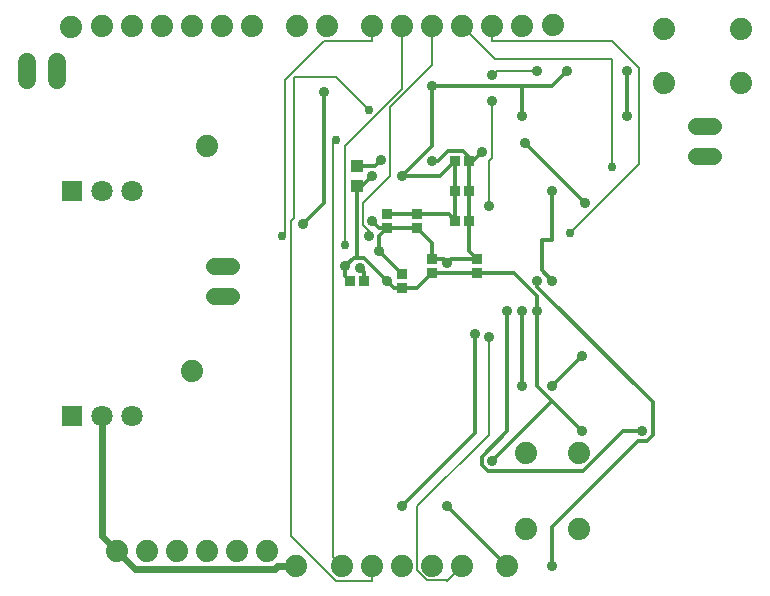
<source format=gbr>
G04 EAGLE Gerber RS-274X export*
G75*
%MOMM*%
%FSLAX34Y34*%
%LPD*%
%INBottom Copper*%
%IPPOS*%
%AMOC8*
5,1,8,0,0,1.08239X$1,22.5*%
G01*
%ADD10R,0.900000X0.850000*%
%ADD11R,0.850000X0.900000*%
%ADD12R,1.000000X1.100000*%
%ADD13C,1.422400*%
%ADD14C,1.524000*%
%ADD15C,1.879600*%
%ADD16R,1.800000X1.800000*%
%ADD17C,1.800000*%
%ADD18C,0.914400*%
%ADD19C,0.304800*%
%ADD20C,0.152400*%
%ADD21C,0.609600*%
%ADD22C,0.756400*%


D10*
X482600Y374100D03*
X482600Y362500D03*
X508000Y386800D03*
X508000Y375200D03*
X469900Y413300D03*
X469900Y424900D03*
X495300Y413300D03*
X495300Y424900D03*
X546100Y386800D03*
X546100Y375200D03*
D11*
X527600Y469900D03*
X539200Y469900D03*
X539200Y444500D03*
X527600Y444500D03*
X527600Y419100D03*
X539200Y419100D03*
D12*
X444500Y465700D03*
X444500Y448700D03*
D11*
X450300Y368300D03*
X438700Y368300D03*
D13*
X337312Y355600D02*
X323088Y355600D01*
X323088Y381000D02*
X337312Y381000D01*
X731549Y474258D02*
X745773Y474258D01*
X745773Y499658D02*
X731549Y499658D01*
D14*
X165100Y538480D02*
X165100Y553720D01*
X190500Y553720D02*
X190500Y538480D01*
D15*
X431800Y127000D03*
X457200Y127000D03*
X482600Y127000D03*
X508000Y127000D03*
X533400Y127000D03*
X393700Y584200D03*
X419100Y584200D03*
X355600Y584200D03*
X330200Y584200D03*
X304800Y584200D03*
X279400Y584200D03*
X254000Y584200D03*
X228600Y584200D03*
X241300Y139700D03*
X266700Y139700D03*
X292100Y139700D03*
X317500Y139700D03*
X342900Y139700D03*
X368300Y139700D03*
X457200Y584200D03*
X482600Y584200D03*
X508000Y584200D03*
X533400Y584200D03*
X558800Y584200D03*
X584200Y584200D03*
X632206Y223012D03*
X632206Y157988D03*
X586994Y223012D03*
X586994Y157988D03*
X769112Y536194D03*
X704088Y536194D03*
X769112Y581406D03*
X704088Y581406D03*
D16*
X203200Y254000D03*
D17*
X228600Y254000D03*
X254000Y254000D03*
D16*
X203200Y444500D03*
D17*
X228600Y444500D03*
X254000Y444500D03*
D15*
X317500Y482600D03*
X201797Y583669D03*
X609860Y584629D03*
X392461Y126909D03*
X571500Y127000D03*
X304800Y292100D03*
D18*
X596900Y368300D03*
D19*
X694436Y237723D02*
X689377Y232664D01*
X682223Y232664D01*
X596900Y363503D02*
X596900Y368300D01*
X682223Y232664D02*
X609600Y160041D01*
X609600Y127000D01*
X694436Y265967D02*
X596900Y363503D01*
X694436Y265967D02*
X694436Y237723D01*
D18*
X609600Y127000D03*
D19*
X637540Y434340D02*
X586740Y485140D01*
D18*
X637540Y434340D03*
X586740Y485140D03*
D19*
X508000Y400600D02*
X508000Y386800D01*
X508000Y400600D02*
X495300Y413300D01*
X469900Y413300D01*
X463000Y406400D02*
X463000Y393700D01*
X463000Y406400D02*
X469900Y413300D01*
D18*
X463000Y393700D03*
D19*
X539200Y444500D02*
X539200Y469900D01*
X539200Y419100D02*
X539200Y393700D01*
X546100Y386800D01*
X523664Y386800D01*
X520700Y383836D01*
D18*
X520700Y383836D03*
D19*
X517736Y386800D02*
X508000Y386800D01*
X517736Y386800D02*
X520700Y383836D01*
X482600Y374100D02*
X463000Y393700D01*
X539200Y419100D02*
X539200Y444500D01*
D18*
X549709Y477266D03*
D19*
X542344Y469900D01*
X542097Y469900D02*
X539200Y469900D01*
D18*
X457200Y419100D03*
D19*
X463000Y413300D01*
X469900Y413300D01*
D18*
X464566Y471068D03*
D19*
X453487Y465700D02*
X444500Y465700D01*
X453487Y465700D02*
X453623Y465836D01*
X459334Y465836D01*
X464566Y471068D01*
D18*
X508000Y469900D03*
D19*
X521667Y478464D02*
X533533Y478464D01*
X513103Y469900D02*
X508000Y469900D01*
X542097Y469900D02*
X542344Y469900D01*
X521667Y478464D02*
X513103Y469900D01*
X533533Y478464D02*
X542097Y469900D01*
X450300Y375508D02*
X450300Y368300D01*
X450300Y375508D02*
X446544Y379264D01*
D18*
X446544Y379264D03*
X555593Y320707D03*
D20*
X555593Y238093D01*
X495300Y177800D01*
X519684Y115316D02*
X520700Y114300D01*
X519684Y115316D02*
X503160Y115316D01*
X495300Y123176D01*
X495300Y177800D01*
X533400Y127000D02*
X520700Y114300D01*
D19*
X495300Y362500D02*
X508000Y375200D01*
X495300Y362500D02*
X482600Y362500D01*
X508000Y375200D02*
X546100Y375200D01*
X527600Y444500D02*
X527600Y469900D01*
X527600Y444500D02*
X527600Y419100D01*
X521800Y424900D01*
X495300Y424900D01*
X469900Y424900D01*
X444500Y387900D02*
X441312Y387900D01*
X434412Y381000D01*
D18*
X434412Y381000D03*
X596900Y342900D03*
D19*
X596900Y279400D01*
X609600Y266700D01*
D18*
X635000Y241300D03*
D19*
X609600Y266700D01*
D18*
X558800Y215900D03*
D19*
X609600Y266700D01*
D18*
X469900Y368300D03*
X482600Y457200D03*
D19*
X508000Y482600D01*
X508000Y533400D01*
D18*
X508000Y533400D03*
X622300Y546100D03*
D19*
X609600Y533400D01*
X584200Y533400D01*
X508000Y533400D01*
X527600Y469900D02*
X514900Y457200D01*
X482600Y457200D01*
X596900Y355600D02*
X596900Y342900D01*
X596900Y355600D02*
X577300Y375200D01*
X546100Y375200D01*
X448700Y448700D02*
X444500Y448700D01*
X448700Y448700D02*
X457200Y457200D01*
D18*
X457200Y457200D03*
D19*
X450300Y387900D02*
X469900Y368300D01*
X450300Y387900D02*
X444500Y387900D01*
X434412Y381000D02*
X434412Y372588D01*
X438700Y368300D01*
X475700Y362500D02*
X482600Y362500D01*
X475700Y362500D02*
X469900Y368300D01*
X444500Y387900D02*
X444500Y448700D01*
D18*
X584200Y508000D03*
D19*
X584200Y533400D01*
D21*
X228600Y254000D02*
X228600Y152400D01*
X241300Y139700D01*
X374507Y124714D02*
X376702Y126909D01*
X392461Y126909D01*
X374507Y124714D02*
X256286Y124714D01*
X241300Y139700D01*
D20*
X558800Y472512D02*
X558800Y520700D01*
D18*
X558800Y520700D03*
X558800Y542544D03*
D20*
X562356Y546100D01*
X596900Y546100D01*
D18*
X596900Y546100D03*
D20*
X558800Y472512D02*
X556188Y469900D01*
X556188Y431800D01*
D18*
X556188Y431800D03*
D20*
X624840Y408940D02*
X683260Y467360D01*
X683260Y548640D01*
X660400Y571500D01*
X558800Y571500D01*
X558800Y584200D01*
D22*
X624840Y408940D03*
D20*
X561340Y556260D02*
X533400Y584200D01*
X561340Y556260D02*
X660400Y556260D01*
X660400Y464820D01*
D22*
X660400Y464820D03*
D20*
X434340Y482600D02*
X434340Y398780D01*
X434340Y482600D02*
X482600Y530860D01*
X482600Y584200D01*
D22*
X434340Y398780D03*
D20*
X383540Y408940D02*
X381000Y406400D01*
X383540Y408940D02*
X383540Y538480D01*
X416560Y571500D01*
X457200Y571500D01*
X457200Y584200D01*
D22*
X381000Y406400D03*
D18*
X543909Y323204D03*
D19*
X543909Y239109D01*
X482600Y177800D01*
D18*
X482600Y177800D03*
X520700Y177800D03*
D19*
X571500Y127000D01*
D18*
X673100Y546100D03*
D19*
X673100Y508000D01*
D18*
X673100Y508000D03*
X609600Y444500D03*
X609600Y368300D03*
D19*
X609600Y402823D02*
X609600Y444500D01*
X609600Y402823D02*
X600964Y402823D01*
X416560Y434340D02*
X398780Y416560D01*
X416560Y434340D02*
X416560Y528320D01*
D18*
X398780Y416560D03*
X416560Y528320D03*
D19*
X600710Y377190D02*
X609600Y368300D01*
X600710Y377190D02*
X600710Y402336D01*
X600964Y402823D01*
D20*
X454660Y513080D02*
X426720Y541020D01*
X391160Y541020D01*
X391160Y421640D01*
X388620Y419100D01*
X388620Y152400D01*
X426720Y114300D01*
X457200Y114300D01*
X457200Y127000D01*
D22*
X454660Y513080D03*
D20*
X426720Y487680D02*
X424180Y485140D01*
X424180Y134620D01*
X431800Y127000D01*
D22*
X426720Y487680D03*
D20*
X472440Y515620D02*
X472440Y457200D01*
X472440Y515620D02*
X508000Y551180D01*
X508000Y584200D01*
D18*
X454364Y406400D03*
D20*
X454364Y410800D01*
X449326Y415838D01*
X449326Y434086D01*
X472440Y457200D01*
D18*
X685800Y241300D03*
D19*
X555223Y207264D02*
X550164Y212323D01*
X550164Y219477D01*
X571500Y240813D02*
X571500Y342900D01*
X571500Y240813D02*
X550164Y219477D01*
X669532Y241300D02*
X685800Y241300D01*
X669532Y241300D02*
X635496Y207264D01*
X555223Y207264D01*
D18*
X571500Y342900D03*
X635000Y304800D03*
D19*
X609600Y279400D01*
D18*
X609600Y279400D03*
X584200Y279400D03*
D19*
X584200Y342900D01*
D18*
X584200Y342900D03*
M02*

</source>
